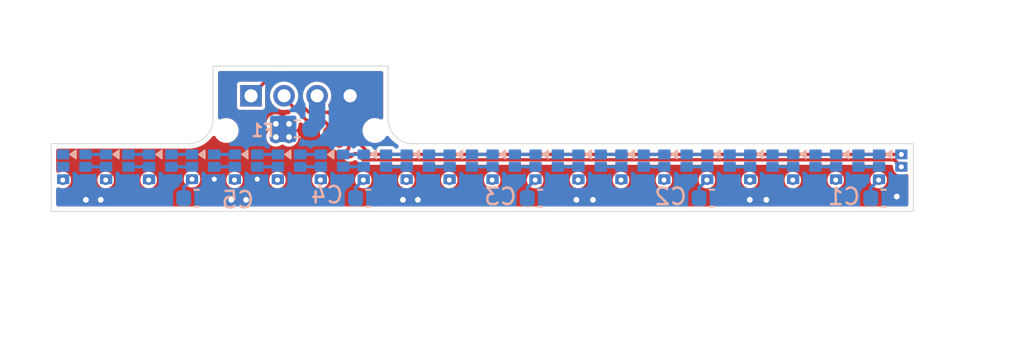
<source format=kicad_pcb>
(kicad_pcb (version 20240108) (generator "pcbnew") (generator_version "8.0")
  (layers (0 "F.Cu" signal) (1 "In1.Cu" signal) (2 "In2.Cu" signal) (31 "B.Cu" signal) (34 "B.Paste" user) (35 "F.Paste" user) (36 "B.SilkS" user "B.Silkscreen") (37 "F.SilkS" user "F.Silkscreen") (38 "B.Mask" user) (39 "F.Mask" user) (44 "Edge.Cuts" user))
  (net 0 "")
  (net 1 "+5V")
  (net 2 "GND")
  (net 3 "Net-(D1-DI)")
  (net 4 "Net-(D1-CI)")
  (net 7 "Net-(J1-Pin_3)")
  (net 8 "Net-(D1-DO)")
  (net 9 "Net-(D1-CO)")
  (net 10 "Net-(D2-DO)")
  (net 11 "Net-(D2-CO)")
  (net 12 "Net-(D3-DO)")
  (net 13 "Net-(D3-CO)")
  (net 14 "Net-(D4-DO)")
  (net 15 "Net-(D4-CO)")
  (net 16 "Net-(D5-CO)")
  (net 17 "Net-(D5-DO)")
  (net 18 "Net-(D6-DO)")
  (net 19 "Net-(D6-CO)")
  (net 20 "Net-(D7-CO)")
  (net 21 "Net-(D7-DO)")
  (net 22 "Net-(D8-DO)")
  (net 23 "Net-(D8-CO)")
  (net 24 "Net-(D10-CI)")
  (net 25 "Net-(D10-DI)")
  (net 26 "Net-(D10-CO)")
  (net 27 "Net-(D10-DO)")
  (net 28 "Net-(D11-DO)")
  (net 29 "Net-(D11-CO)")
  (net 30 "Net-(D12-DO)")
  (net 31 "Net-(D12-CO)")
  (net 32 "Net-(D13-DO)")
  (net 33 "Net-(D13-CO)")
  (net 34 "Net-(D14-DO)")
  (net 35 "Net-(D14-CO)")
  (net 36 "Net-(D15-CO)")
  (net 37 "Net-(D15-DO)")
  (net 38 "Net-(D16-DO)")
  (net 39 "Net-(D16-CO)")
  (net 40 "Net-(D17-CO)")
  (net 41 "Net-(D17-DO)")
  (net 42 "Net-(D18-CO)")
  (net 43 "Net-(D18-DO)")
  (net 44 "Net-(D19-CO)")
  (net 45 "Net-(D19-DO)")
  (footprint "Danger_Doughnut_Lib:JST_S04B-PASK-2_LF__SN_" (layer "F.Cu") (at 41.563552 29.476 180)
    (property "Reference" "J1" (hide yes))
    (property "Value" "Conn_01x04_Pin")
    (pad "" np_thru_hole circle (at -4.5 -2.1 180) (size 1.1 1.1) (drill 1.1) (layers "*.Cu" "*.Mask"))
    (pad "" np_thru_hole circle (at 4.5 -2.1 180) (size 1.1 1.1) (drill 1.1) (layers "*.Cu" "*.Mask"))
    (pad "1" thru_hole rect (at 3 0 180) (size 1.308 1.308) (drill 0.8) (layers "*.Cu" "*.Mask") (net 3 "Net-(D1-DI)"))
    (pad "2" thru_hole circle (at 1 0 180) (size 1.308 1.308) (drill 0.8) (layers "*.Cu" "*.Mask") (net 4 "Net-(D1-CI)"))
    (pad "3" thru_hole circle (at -1 0 180) (size 1.308 1.308) (drill 0.8) (layers "*.Cu" "*.Mask") (net 7 "Net-(J1-Pin_3)"))
    (pad "4" thru_hole circle (at -3 0 180) (size 1.308 1.308) (drill 0.8) (layers "*.Cu" "*.Mask") (net 2 "GND"))
  )
  (footprint "Danger_Doughnut_Lib:HD107s" (layer "B.Cu") (at 66.863552 33.776)
    (property "Reference" "D5" (hide yes))
    (property "Value" "~")
    (fp_poly (pts (xy -0.25 -0.75) (xy 0.1 -0.5) (xy 0.1 -1)) (stroke (width 0.1)) (fill solid) (layer "B.SilkS"))
    (pad "1" smd roundrect (at -0.675 0.75) (size 0.75 0.6) (layers "B.Cu") (roundrect_rratio 0.1) (net 1 "+5V"))
    (pad "2" smd roundrect (at -0.675 0) (size 0.75 0.6) (layers "B.Cu") (roundrect_rratio 0.1) (net 16 "Net-(D5-CO)"))
    (pad "3" smd roundrect (at -0.675 -0.75) (size 0.75 0.6) (layers "B.Cu") (roundrect_rratio 0.1) (net 17 "Net-(D5-DO)"))
    (pad "4" smd roundrect (at 0.675 0.75) (size 0.75 0.6) (layers "B.Cu") (roundrect_rratio 0.1) (net 2 "GND"))
    (pad "5" smd roundrect (at 0.675 0) (size 0.75 0.6) (layers "B.Cu") (roundrect_rratio 0.1) (net 15 "Net-(D4-CO)"))
    (pad "6" smd roundrect (at 0.675 -0.75) (size 0.75 0.6) (layers "B.Cu") (roundrect_rratio 0.1) (net 14 "Net-(D4-DO)"))
  )
  (footprint "Capacitor_SMD:C_0603_1608Metric" (layer "B.Cu") (at 76.863552 35.676)
    (property "Reference" "C1" (at -2.4 -0.1 360) (layer "B.SilkS") (effects (justify mirror)))
    (property "Value" "100nF")
    (fp_line (start 0.14058 -0.51) (end -0.14058 -0.51) (stroke (width 0.12)) (layer "B.SilkS"))
    (fp_line (start 0.14058 0.51) (end -0.14058 0.51) (stroke (width 0.12)) (layer "B.SilkS"))
    (pad "1" smd roundrect (at -0.775 0) (size 0.9 0.95) (layers "B.Cu" "B.Paste" "B.Mask") (net 1 "+5V"))
    (pad "2" smd roundrect (at 0.775 0) (size 0.9 0.95) (layers "B.Cu" "B.Paste" "B.Mask") (net 2 "GND"))
  )
  (footprint "Fuse:Fuse_0603_1608Metric" (layer "B.Cu") (at 41.363552 31.476)
    (property "Reference" "F1" (at -2.1 0.1 360) (layer "B.SilkS") (effects (font (size 0.75 0.75)) (justify mirror)))
    (property "Value" "Fuse")
    (fp_line (start 0.162779 -0.51) (end -0.162779 -0.51) (stroke (width 0.12)) (layer "B.SilkS"))
    (fp_line (start 0.162779 0.51) (end -0.162779 0.51) (stroke (width 0.12)) (layer "B.SilkS"))
    (pad "1" smd roundrect (at -0.7875 0) (size 0.875 0.95) (layers "B.Cu" "B.Paste" "B.Mask") (net 1 "+5V"))
    (pad "2" smd roundrect (at 0.7875 0) (size 0.875 0.95) (layers "B.Cu" "B.Paste" "B.Mask") (net 7 "Net-(J1-Pin_3)"))
  )
  (footprint "Danger_Doughnut_Lib:HD107s" (layer "B.Cu") (at 51.263552 33.776)
    (property "Reference" "D11" (hide yes))
    (property "Value" "~")
    (fp_poly (pts (xy -0.25 -0.75) (xy 0.1 -0.5) (xy 0.1 -1)) (stroke (width 0.1)) (fill solid) (layer "B.SilkS"))
    (pad "1" smd roundrect (at -0.675 0.75) (size 0.75 0.6) (layers "B.Cu") (roundrect_rratio 0.1) (net 1 "+5V"))
    (pad "2" smd roundrect (at -0.675 0) (size 0.75 0.6) (layers "B.Cu") (roundrect_rratio 0.1) (net 29 "Net-(D11-CO)"))
    (pad "3" smd roundrect (at -0.675 -0.75) (size 0.75 0.6) (layers "B.Cu") (roundrect_rratio 0.1) (net 28 "Net-(D11-DO)"))
    (pad "4" smd roundrect (at 0.675 0.75) (size 0.75 0.6) (layers "B.Cu") (roundrect_rratio 0.1) (net 2 "GND"))
    (pad "5" smd roundrect (at 0.675 0) (size 0.75 0.6) (layers "B.Cu") (roundrect_rratio 0.1) (net 26 "Net-(D10-CO)"))
    (pad "6" smd roundrect (at 0.675 -0.75) (size 0.75 0.6) (layers "B.Cu") (roundrect_rratio 0.1) (net 27 "Net-(D10-DO)"))
  )
  (footprint "Danger_Doughnut_Lib:HD107s" (layer "B.Cu") (at 43.463551 33.776)
    (property "Reference" "D14" (hide yes))
    (property "Value" "~")
    (fp_poly (pts (xy -0.25 -0.75) (xy 0.1 -0.5) (xy 0.1 -1)) (stroke (width 0.1)) (fill solid) (layer "B.SilkS"))
    (pad "1" smd roundrect (at -0.675 0.75) (size 0.75 0.6) (layers "B.Cu") (roundrect_rratio 0.1) (net 1 "+5V"))
    (pad "2" smd roundrect (at -0.675 0) (size 0.75 0.6) (layers "B.Cu") (roundrect_rratio 0.1) (net 35 "Net-(D14-CO)"))
    (pad "3" smd roundrect (at -0.675 -0.75) (size 0.75 0.6) (layers "B.Cu") (roundrect_rratio 0.1) (net 34 "Net-(D14-DO)"))
    (pad "4" smd roundrect (at 0.675 0.75) (size 0.75 0.6) (layers "B.Cu") (roundrect_rratio 0.1) (net 2 "GND"))
    (pad "5" smd roundrect (at 0.675 0) (size 0.75 0.6) (layers "B.Cu") (roundrect_rratio 0.1) (net 33 "Net-(D13-CO)"))
    (pad "6" smd roundrect (at 0.675 -0.75) (size 0.75 0.6) (layers "B.Cu") (roundrect_rratio 0.1) (net 32 "Net-(D13-DO)"))
  )
  (footprint "Danger_Doughnut_Lib:HD107s" (layer "B.Cu") (at 64.263552 33.776)
    (property "Reference" "D6" (hide yes))
    (property "Value" "~")
    (fp_poly (pts (xy -0.25 -0.75) (xy 0.1 -0.5) (xy 0.1 -1)) (stroke (width 0.1)) (fill solid) (layer "B.SilkS"))
    (pad "1" smd roundrect (at -0.675 0.75) (size 0.75 0.6) (layers "B.Cu") (roundrect_rratio 0.1) (net 1 "+5V"))
    (pad "2" smd roundrect (at -0.675 0) (size 0.75 0.6) (layers "B.Cu") (roundrect_rratio 0.1) (net 19 "Net-(D6-CO)"))
    (pad "3" smd roundrect (at -0.675 -0.75) (size 0.75 0.6) (layers "B.Cu") (roundrect_rratio 0.1) (net 18 "Net-(D6-DO)"))
    (pad "4" smd roundrect (at 0.675 0.75) (size 0.75 0.6) (layers "B.Cu") (roundrect_rratio 0.1) (net 2 "GND"))
    (pad "5" smd roundrect (at 0.675 0) (size 0.75 0.6) (layers "B.Cu") (roundrect_rratio 0.1) (net 16 "Net-(D5-CO)"))
    (pad "6" smd roundrect (at 0.675 -0.75) (size 0.75 0.6) (layers "B.Cu") (roundrect_rratio 0.1) (net 17 "Net-(D5-DO)"))
  )
  (footprint "Danger_Doughnut_Lib:HD107s" (layer "B.Cu") (at 74.663552 33.776)
    (property "Reference" "D2" (hide yes))
    (property "Value" "~")
    (fp_poly (pts (xy -0.25 -0.75) (xy 0.1 -0.5) (xy 0.1 -1)) (stroke (width 0.1)) (fill solid) (layer "B.SilkS"))
    (pad "1" smd roundrect (at -0.675 0.75) (size 0.75 0.6) (layers "B.Cu") (roundrect_rratio 0.1) (net 1 "+5V"))
    (pad "2" smd roundrect (at -0.675 0) (size 0.75 0.6) (layers "B.Cu") (roundrect_rratio 0.1) (net 11 "Net-(D2-CO)"))
    (pad "3" smd roundrect (at -0.675 -0.75) (size 0.75 0.6) (layers "B.Cu") (roundrect_rratio 0.1) (net 10 "Net-(D2-DO)"))
    (pad "4" smd roundrect (at 0.675 0.75) (size 0.75 0.6) (layers "B.Cu") (roundrect_rratio 0.1) (net 2 "GND"))
    (pad "5" smd roundrect (at 0.675 0) (size 0.75 0.6) (layers "B.Cu") (roundrect_rratio 0.1) (net 9 "Net-(D1-CO)"))
    (pad "6" smd roundrect (at 0.675 -0.75) (size 0.75 0.6) (layers "B.Cu") (roundrect_rratio 0.1) (net 8 "Net-(D1-DO)"))
  )
  (footprint "Danger_Doughnut_Lib:HD107s" (layer "B.Cu") (at 72.063552 33.776)
    (property "Reference" "D3" (hide yes))
    (property "Value" "~")
    (fp_poly (pts (xy -0.25 -0.75) (xy 0.1 -0.5) (xy 0.1 -1)) (stroke (width 0.1)) (fill solid) (layer "B.SilkS"))
    (pad "1" smd roundrect (at -0.675 0.75) (size 0.75 0.6) (layers "B.Cu") (roundrect_rratio 0.1) (net 1 "+5V"))
    (pad "2" smd roundrect (at -0.675 0) (size 0.75 0.6) (layers "B.Cu") (roundrect_rratio 0.1) (net 13 "Net-(D3-CO)"))
    (pad "3" smd roundrect (at -0.675 -0.75) (size 0.75 0.6) (layers "B.Cu") (roundrect_rratio 0.1) (net 12 "Net-(D3-DO)"))
    (pad "4" smd roundrect (at 0.675 0.75) (size 0.75 0.6) (layers "B.Cu") (roundrect_rratio 0.1) (net 2 "GND"))
    (pad "5" smd roundrect (at 0.675 0) (size 0.75 0.6) (layers "B.Cu") (roundrect_rratio 0.1) (net 11 "Net-(D2-CO)"))
    (pad "6" smd roundrect (at 0.675 -0.75) (size 0.75 0.6) (layers "B.Cu") (roundrect_rratio 0.1) (net 10 "Net-(D2-DO)"))
  )
  (footprint "Danger_Doughnut_Lib:HD107s" (layer "B.Cu") (at 40.863552 33.776)
    (property "Reference" "D15" (hide yes))
    (property "Value" "~")
    (fp_poly (pts (xy -0.25 -0.75) (xy 0.1 -0.5) (xy 0.1 -1)) (stroke (width 0.1)) (fill solid) (layer "B.SilkS"))
    (pad "1" smd roundrect (at -0.675 0.75) (size 0.75 0.6) (layers "B.Cu") (roundrect_rratio 0.1) (net 1 "+5V"))
    (pad "2" smd roundrect (at -0.675 0) (size 0.75 0.6) (layers "B.Cu") (roundrect_rratio 0.1) (net 36 "Net-(D15-CO)"))
    (pad "3" smd roundrect (at -0.675 -0.75) (size 0.75 0.6) (layers "B.Cu") (roundrect_rratio 0.1) (net 37 "Net-(D15-DO)"))
    (pad "4" smd roundrect (at 0.675 0.75) (size 0.75 0.6) (layers "B.Cu") (roundrect_rratio 0.1) (net 2 "GND"))
    (pad "5" smd roundrect (at 0.675 0) (size 0.75 0.6) (layers "B.Cu") (roundrect_rratio 0.1) (net 35 "Net-(D14-CO)"))
    (pad "6" smd roundrect (at 0.675 -0.75) (size 0.75 0.6) (layers "B.Cu") (roundrect_rratio 0.1) (net 34 "Net-(D14-DO)"))
  )
  (footprint "Capacitor_SMD:C_0603_1608Metric" (layer "B.Cu") (at 45.663552 35.676)
    (property "Reference" "C4" (at -2.5 -0.2 360) (layer "B.SilkS") (effects (justify mirror)))
    (property "Value" "100nF")
    (fp_line (start 0.14058 -0.51) (end -0.14058 -0.51) (stroke (width 0.12)) (layer "B.SilkS"))
    (fp_line (start 0.14058 0.51) (end -0.14058 0.51) (stroke (width 0.12)) (layer "B.SilkS"))
    (pad "1" smd roundrect (at -0.775 0) (size 0.9 0.95) (layers "B.Cu" "B.Paste" "B.Mask") (net 1 "+5V"))
    (pad "2" smd roundrect (at 0.775 0) (size 0.9 0.95) (layers "B.Cu" "B.Paste" "B.Mask") (net 2 "GND"))
  )
  (footprint "Danger_Doughnut_Lib:HD107s" (layer "B.Cu") (at 38.263552 33.776)
    (property "Reference" "D16" (hide yes))
    (property "Value" "~")
    (fp_poly (pts (xy -0.25 -0.75) (xy 0.1 -0.5) (xy 0.1 -1)) (stroke (width 0.1)) (fill solid) (layer "B.SilkS"))
    (pad "1" smd roundrect (at -0.675 0.75) (size 0.75 0.6) (layers "B.Cu") (roundrect_rratio 0.1) (net 1 "+5V"))
    (pad "2" smd roundrect (at -0.675 0) (size 0.75 0.6) (layers "B.Cu") (roundrect_rratio 0.1) (net 39 "Net-(D16-CO)"))
    (pad "3" smd roundrect (at -0.675 -0.75) (size 0.75 0.6) (layers "B.Cu") (roundrect_rratio 0.1) (net 38 "Net-(D16-DO)"))
    (pad "4" smd roundrect (at 0.675 0.75) (size 0.75 0.6) (layers "B.Cu") (roundrect_rratio 0.1) (net 2 "GND"))
    (pad "5" smd roundrect (at 0.675 0) (size 0.75 0.6) (layers "B.Cu") (roundrect_rratio 0.1) (net 36 "Net-(D15-CO)"))
    (pad "6" smd roundrect (at 0.675 -0.75) (size 0.75 0.6) (layers "B.Cu") (roundrect_rratio 0.1) (net 37 "Net-(D15-DO)"))
  )
  (footprint "Capacitor_SMD:C_0603_1608Metric" (layer "B.Cu") (at 56.063552 35.676)
    (property "Reference" "C3" (at -2.4 -0.1 360) (layer "B.SilkS") (effects (justify mirror)))
    (property "Value" "100nF")
    (fp_line (start 0.14058 -0.51) (end -0.14058 -0.51) (stroke (width 0.12)) (layer "B.SilkS"))
    (fp_line (start 0.14058 0.51) (end -0.14058 0.51) (stroke (width 0.12)) (layer "B.SilkS"))
    (pad "1" smd roundrect (at -0.775 0) (size 0.9 0.95) (layers "B.Cu" "B.Paste" "B.Mask") (net 1 "+5V"))
    (pad "2" smd roundrect (at 0.775 0) (size 0.9 0.95) (layers "B.Cu" "B.Paste" "B.Mask") (net 2 "GND"))
  )
  (footprint "Capacitor_SMD:C_0603_1608Metric" (layer "B.Cu") (at 35.263552 35.676)
    (property "Reference" "C5" (at 2.5 0.1 360) (layer "B.SilkS") (effects (justify mirror)))
    (property "Value" "100nF")
    (fp_line (start 0.14058 -0.51) (end -0.14058 -0.51) (stroke (width 0.12)) (layer "B.SilkS"))
    (fp_line (start 0.14058 0.51) (end -0.14058 0.51) (stroke (width 0.12)) (layer "B.SilkS"))
    (pad "1" smd roundrect (at -0.775 0) (size 0.9 0.95) (layers "B.Cu" "B.Paste" "B.Mask") (net 1 "+5V"))
    (pad "2" smd roundrect (at 0.775 0) (size 0.9 0.95) (layers "B.Cu" "B.Paste" "B.Mask") (net 2 "GND"))
  )
  (footprint "Capacitor_SMD:C_0603_1608Metric" (layer "B.Cu") (at 66.463552 35.676)
    (property "Reference" "C2" (at -2.5 -0.1 360) (layer "B.SilkS") (effects (justify mirror)))
    (property "Value" "100nF")
    (fp_line (start 0.14058 -0.51) (end -0.14058 -0.51) (stroke (width 0.12)) (layer "B.SilkS"))
    (fp_line (start 0.14058 0.51) (end -0.14058 0.51) (stroke (width 0.12)) (layer "B.SilkS"))
    (pad "1" smd roundrect (at -0.775 0) (size 0.9 0.95) (layers "B.Cu" "B.Paste" "B.Mask") (net 1 "+5V"))
    (pad "2" smd roundrect (at 0.775 0) (size 0.9 0.95) (layers "B.Cu" "B.Paste" "B.Mask") (net 2 "GND"))
  )
  (footprint "Danger_Doughnut_Lib:HD107s" (layer "B.Cu") (at 69.463552 33.776)
    (property "Reference" "D4" (hide yes))
    (property "Value" "~")
    (fp_poly (pts (xy -0.25 -0.75) (xy 0.1 -0.5) (xy 0.1 -1)) (stroke (width 0.1)) (fill solid) (layer "B.SilkS"))
    (pad "1" smd roundrect (at -0.675 0.75) (size 0.75 0.6) (layers "B.Cu") (roundrect_rratio 0.1) (net 1 "+5V"))
    (pad "2" smd roundrect (at -0.675 0) (size 0.75 0.6) (layers "B.Cu") (roundrect_rratio 0.1) (net 15 "Net-(D4-CO)"))
    (pad "3" smd roundrect (at -0.675 -0.75) (size 0.75 0.6) (layers "B.Cu") (roundrect_rratio 0.1) (net 14 "Net-(D4-DO)"))
    (pad "4" smd roundrect (at 0.675 0.75) (size 0.75 0.6) (layers "B.Cu") (roundrect_rratio 0.1) (net 2 "GND"))
    (pad "5" smd roundrect (at 0.675 0) (size 0.75 0.6) (layers "B.Cu") (roundrect_rratio 0.1) (net 13 "Net-(D3-CO)"))
    (pad "6" smd roundrect (at 0.675 -0.75) (size 0.75 0.6) (layers "B.Cu") (roundrect_rratio 0.1) (net 12 "Net-(D3-DO)"))
  )
  (footprint "Danger_Doughnut_Lib:HD107s" (layer "B.Cu") (at 35.663552 33.776)
    (property "Reference" "D17" (hide yes))
    (property "Value" "~")
    (fp_poly (pts (xy -0.25 -0.75) (xy 0.1 -0.5) (xy 0.1 -1)) (stroke (width 0.1)) (fill solid) (layer "B.SilkS"))
    (pad "1" smd roundrect (at -0.675 0.75) (size 0.75 0.6) (layers "B.Cu") (roundrect_rratio 0.1) (net 1 "+5V"))
    (pad "2" smd roundrect (at -0.675 0) (size 0.75 0.6) (layers "B.Cu") (roundrect_rratio 0.1) (net 40 "Net-(D17-CO)"))
    (pad "3" smd roundrect (at -0.675 -0.75) (size 0.75 0.6) (layers "B.Cu") (roundrect_rratio 0.1) (net 41 "Net-(D17-DO)"))
    (pad "4" smd roundrect (at 0.675 0.75) (size 0.75 0.6) (layers "B.Cu") (roundrect_rratio 0.1) (net 2 "GND"))
    (pad "5" smd roundrect (at 0.675 0) (size 0.75 0.6) (layers "B.Cu") (roundrect_rratio 0.1) (net 39 "Net-(D16-CO)"))
    (pad "6" smd roundrect (at 0.675 -0.75) (size 0.75 0.6) (layers "B.Cu") (roundrect_rratio 0.1) (net 38 "Net-(D16-DO)"))
  )
  (footprint "Danger_Doughnut_Lib:HD107s" (layer "B.Cu") (at 61.663552 33.776)
    (property "Reference" "D7" (hide yes))
    (property "Value" "~")
    (fp_poly (pts (xy -0.25 -0.75) (xy 0.1 -0.5) (xy 0.1 -1)) (stroke (width 0.1)) (fill solid) (layer "B.SilkS"))
    (pad "1" smd roundrect (at -0.675 0.75) (size 0.75 0.6) (layers "B.Cu") (roundrect_rratio 0.1) (net 1 "+5V"))
    (pad "2" smd roundrect (at -0.675 0) (size 0.75 0.6) (layers "B.Cu") (roundrect_rratio 0.1) (net 20 "Net-(D7-CO)"))
    (pad "3" smd roundrect (at -0.675 -0.75) (size 0.75 0.6) (layers "B.Cu") (roundrect_rratio 0.1) (net 21 "Net-(D7-DO)"))
    (pad "4" smd roundrect (at 0.675 0.75) (size 0.75 0.6) (layers "B.Cu") (roundrect_rratio 0.1) (net 2 "GND"))
    (pad "5" smd roundrect (at 0.675 0) (size 0.75 0.6) (layers "B.Cu") (roundrect_rratio 0.1) (net 19 "Net-(D6-CO)"))
    (pad "6" smd roundrect (at 0.675 -0.75) (size 0.75 0.6) (layers "B.Cu") (roundrect_rratio 0.1) (net 18 "Net-(D6-DO)"))
  )
  (footprint "Danger_Doughnut_Lib:HD107s" (layer "B.Cu") (at 48.663552 33.776)
    (property "Reference" "D12" (hide yes))
    (property "Value" "~")
    (fp_poly (pts (xy -0.25 -0.75) (xy 0.1 -0.5) (xy 0.1 -1)) (stroke (width 0.1)) (fill solid) (layer "B.SilkS"))
    (pad "1" smd roundrect (at -0.675 0.75) (size 0.75 0.6) (layers "B.Cu") (roundrect_rratio 0.1) (net 1 "+5V"))
    (pad "2" smd roundrect (at -0.675 0) (size 0.75 0.6) (layers "B.Cu") (roundrect_rratio 0.1) (net 31 "Net-(D12-CO)"))
    (pad "3" smd roundrect (at -0.675 -0.75) (size 0.75 0.6) (layers "B.Cu") (roundrect_rratio 0.1) (net 30 "Net-(D12-DO)"))
    (pad "4" smd roundrect (at 0.675 0.75) (size 0.75 0.6) (layers "B.Cu") (roundrect_rratio 0.1) (net 2 "GND"))
    (pad "5" smd roundrect (at 0.675 0) (size 0.75 0.6) (layers "B.Cu") (roundrect_rratio 0.1) (net 29 "Net-(D11-CO)"))
    (pad "6" smd roundrect (at 0.675 -0.75) (size 0.75 0.6) (layers "B.Cu") (roundrect_rratio 0.1) (net 28 "Net-(D11-DO)"))
  )
  (footprint "Danger_Doughnut_Lib:HD107s" (layer "B.Cu") (at 27.863552 33.776)
    (property "Reference" "D20" (hide yes))
    (property "Value" "~")
    (fp_poly (pts (xy -0.25 -0.75) (xy 0.1 -0.5) (xy 0.1 -1)) (stroke (width 0.1)) (fill solid) (layer "B.SilkS"))
    (pad "1" smd roundrect (at -0.675 0.75) (size 0.75 0.6) (layers "B.Cu") (roundrect_rratio 0.1) (net 1 "+5V"))
    (pad "2" smd roundrect (at -0.675 0) (size 0.75 0.6) (layers "B.Cu") (roundrect_rratio 0.1))
    (pad "3" smd roundrect (at -0.675 -0.75) (size 0.75 0.6) (layers "B.Cu") (roundrect_rratio 0.1))
    (pad "4" smd roundrect (at 0.675 0.75) (size 0.75 0.6) (layers "B.Cu") (roundrect_rratio 0.1) (net 2 "GND"))
    (pad "5" smd roundrect (at 0.675 0) (size 0.75 0.6) (layers "B.Cu") (roundrect_rratio 0.1) (net 44 "Net-(D19-CO)"))
    (pad "6" smd roundrect (at 0.675 -0.75) (size 0.75 0.6) (layers "B.Cu") (roundrect_rratio 0.1) (net 45 "Net-(D19-DO)"))
  )
  (footprint "Danger_Doughnut_Lib:HD107s" (layer "B.Cu") (at 46.063552 33.776)
    (property "Reference" "D13" (hide yes))
    (property "Value" "~")
    (fp_poly (pts (xy -0.25 -0.75) (xy 0.1 -0.5) (xy 0.1 -1)) (stroke (width 0.1)) (fill solid) (layer "B.SilkS"))
    (pad "1" smd roundrect (at -0.675 0.75) (size 0.75 0.6) (layers "B.Cu") (roundrect_rratio 0.1) (net 1 "+5V"))
    (pad "2" smd roundrect (at -0.675 0) (size 0.75 0.6) (layers "B.Cu") (roundrect_rratio 0.1) (net 33 "Net-(D13-CO)"))
    (pad "3" smd roundrect (at -0.675 -0.75) (size 0.75 0.6) (layers "B.Cu") (roundrect_rratio 0.1) (net 32 "Net-(D13-DO)"))
    (pad "4" smd roundrect (at 0.675 0.75) (size 0.75 0.6) (layers "B.Cu") (roundrect_rratio 0.1) (net 2 "GND"))
    (pad "5" smd roundrect (at 0.675 0) (size 0.75 0.6) (layers "B.Cu") (roundrect_rratio 0.1) (net 31 "Net-(D12-CO)"))
    (pad "6" smd roundrect (at 0.675 -0.75) (size 0.75 0.6) (layers "B.Cu") (roundrect_rratio 0.1) (net 30 "Net-(D12-DO)"))
  )
  (footprint "Danger_Doughnut_Lib:HD107s" (layer "B.Cu") (at 77.263552 33.776)
    (property "Reference" "D1" (hide yes))
    (property "Value" "~")
    (fp_poly (pts (xy -0.25 -0.75) (xy 0.1 -0.5) (xy 0.1 -1)) (stroke (width 0.1)) (fill solid) (layer "B.SilkS"))
    (pad "1" smd roundrect (at -0.675 0.75) (size 0.75 0.6) (layers "B.Cu") (roundrect_rratio 0.1) (net 1 "+5V"))
    (pad "2" smd roundrect (at -0.675 0) (size 0.75 0.6) (layers "B.Cu") (roundrect_rratio 0.1) (net 9 "Net-(D1-CO)"))
    (pad "3" smd roundrect (at -0.675 -0.75) (size 0.75 0.6) (layers "B.Cu") (roundrect_rratio 0.1) (net 8 "Net-(D1-DO)"))
    (pad "4" smd roundrect (at 0.675 0.75) (size 0.75 0.6) (layers "B.Cu") (roundrect_rratio 0.1) (net 2 "GND"))
    (pad "5" smd roundrect (at 0.675 0) (size 0.75 0.6) (layers "B.Cu") (roundrect_rratio 0.1) (net 4 "Net-(D1-CI)"))
    (pad "6" smd roundrect (at 0.675 -0.75) (size 0.75 0.6) (layers "B.Cu") (roundrect_rratio 0.1) (net 3 "Net-(D1-DI)"))
  )
  (footprint "Danger_Doughnut_Lib:HD107s" (layer "B.Cu") (at 30.463551 33.776)
    (property "Reference" "D19" (hide yes))
    (property "Value" "~")
    (fp_poly (pts (xy -0.25 -0.75) (xy 0.1 -0.5) (xy 0.1 -1)) (stroke (width 0.1)) (fill solid) (layer "B.SilkS"))
    (pad "1" smd roundrect (at -0.675 0.75) (size 0.75 0.6) (layers "B.Cu") (roundrect_rratio 0.1) (net 1 "+5V"))
    (pad "2" smd roundrect (at -0.675 0) (size 0.75 0.6) (layers "B.Cu") (roundrect_rratio 0.1) (net 44 "Net-(D19-CO)"))
    (pad "3" smd roundrect (at -0.675 -0.75) (size 0.75 0.6) (layers "B.Cu") (roundrect_rratio 0.1) (net 45 "Net-(D19-DO)"))
    (pad "4" smd roundrect (at 0.675 0.75) (size 0.75 0.6) (layers "B.Cu") (roundrect_rratio 0.1) (net 2 "GND"))
    (pad "5" smd roundrect (at 0.675 0) (size 0.75 0.6) (layers "B.Cu") (roundrect_rratio 0.1) (net 42 "Net-(D18-CO)"))
    (pad "6" smd roundrect (at 0.675 -0.75) (size 0.75 0.6) (layers "B.Cu") (roundrect_rratio 0.1) (net 43 "Net-(D18-DO)"))
  )
  (footprint "Danger_Doughnut_Lib:HD107s" (layer "B.Cu") (at 56.463552 33.776)
    (property "Reference" "D9" (hide yes))
    (property "Value" "~")
    (fp_poly (pts (xy -0.25 -0.75) (xy 0.1 -0.5) (xy 0.1 -1)) (stroke (width 0.1)) (fill solid) (layer "B.SilkS"))
    (pad "1" smd roundrect (at -0.675 0.75) (size 0.75 0.6) (layers "B.Cu") (roundrect_rratio 0.1) (net 1 "+5V"))
    (pad "2" smd roundrect (at -0.675 0) (size 0.75 0.6) (layers "B.Cu") (roundrect_rratio 0.1) (net 24 "Net-(D10-CI)"))
    (pad "3" smd roundrect (at -0.675 -0.75) (size 0.75 0.6) (layers "B.Cu") (roundrect_rratio 0.1) (net 25 "Net-(D10-DI)"))
    (pad "4" smd roundrect (at 0.675 0.75) (size 0.75 0.6) (layers "B.Cu") (roundrect_rratio 0.1) (net 2 "GND"))
    (pad "5" smd roundrect (at 0.675 0) (size 0.75 0.6) (layers "B.Cu") (roundrect_rratio 0.1) (net 23 "Net-(D8-CO)"))
    (pad "6" smd roundrect (at 0.675 -0.75) (size 0.75 0.6) (layers "B.Cu") (roundrect_rratio 0.1) (net 22 "Net-(D8-DO)"))
  )
  (footprint "Danger_Doughnut_Lib:HD107s" (layer "B.Cu") (at 53.863552 33.776)
    (property "Reference" "D10" (hide yes))
    (property "Value" "~")
    (fp_poly (pts (xy -0.25 -0.75) (xy 0.1 -0.5) (xy 0.1 -1)) (stroke (width 0.1)) (fill solid) (layer "B.SilkS"))
    (pad "1" smd roundrect (at -0.675 0.75) (size 0.75 0.6) (layers "B.Cu") (roundrect_rratio 0.1) (net 1 "+5V"))
    (pad "2" smd roundrect (at -0.675 0) (size 0.75 0.6) (layers "B.Cu") (roundrect_rratio 0.1) (net 26 "Net-(D10-CO)"))
    (pad "3" smd roundrect (at -0.675 -0.75) (size 0.75 0.6) (layers "B.Cu") (roundrect_rratio 0.1) (net 27 "Net-(D10-DO)"))
    (pad "4" smd roundrect (at 0.675 0.75) (size 0.75 0.6) (layers "B.Cu") (roundrect_rratio 0.1) (net 2 "GND"))
    (pad "5" smd roundrect (at 0.675 0) (size 0.75 0.6) (layers "B.Cu") (roundrect_rratio 0.1) (net 24 "Net-(D10-CI)"))
    (pad "6" smd roundrect (at 0.675 -0.75) (size 0.75 0.6) (layers "B.Cu") (roundrect_rratio 0.1) (net 25 "Net-(D10-DI)"))
  )
  (footprint "Danger_Doughnut_Lib:HD107s" (layer "B.Cu") (at 59.063552 33.776)
    (property "Reference" "D8" (hide yes))
    (property "Value" "~")
    (fp_poly (pts (xy -0.25 -0.75) (xy 0.1 -0.5) (xy 0.1 -1)) (stroke (width 0.1)) (fill solid) (layer "B.SilkS"))
    (pad "1" smd roundrect (at -0.675 0.75) (size 0.75 0.6) (layers "B.Cu") (roundrect_rratio 0.1) (net 1 "+5V"))
    (pad "2" smd roundrect (at -0.675 0) (size 0.75 0.6) (layers "B.Cu") (roundrect_rratio 0.1) (net 23 "Net-(D8-CO)"))
    (pad "3" smd roundrect (at -0.675 -0.75) (size 0.75 0.6) (layers "B.Cu") (roundrect_rratio 0.1) (net 22 "Net-(D8-DO)"))
    (pad "4" smd roundrect (at 0.675 0.75) (size 0.75 0.6) (layers "B.Cu") (roundrect_rratio 0.1) (net 2 "GND"))
    (pad "5" smd roundrect (at 0.675 0) (size 0.75 0.6) (layers "B.Cu") (roundrect_rratio 0.1) (net 20 "Net-(D7-CO)"))
    (pad "6" smd roundrect (at 0.675 -0.75) (size 0.75 0.6) (layers "B.Cu") (roundrect_rratio 0.1) (net 21 "Net-(D7-DO)"))
  )
  (footprint "Danger_Doughnut_Lib:HD107s" (layer "B.Cu") (at 33.063552 33.776)
    (property "Reference" "D18" (hide yes))
    (property "Value" "~")
    (fp_poly (pts (xy -0.25 -0.75) (xy 0.1 -0.5) (xy 0.1 -1)) (stroke (width 0.1)) (fill solid) (layer "B.SilkS"))
    (pad "1" smd roundrect (at -0.675 0.75) (size 0.75 0.6) (layers "B.Cu") (roundrect_rratio 0.1) (net 1 "+5V"))
    (pad "2" smd roundrect (at -0.675 0) (size 0.75 0.6) (layers "B.Cu") (roundrect_rratio 0.1) (net 42 "Net-(D18-CO)"))
    (pad "3" smd roundrect (at -0.675 -0.75) (size 0.75 0.6) (layers "B.Cu") (roundrect_rratio 0.1) (net 43 "Net-(D18-DO)"))
    (pad "4" smd roundrect (at 0.675 0.75) (size 0.75 0.6) (layers "B.Cu") (roundrect_rratio 0.1) (net 2 "GND"))
    (pad "5" smd roundrect (at 0.675 0) (size 0.75 0.6) (layers "B.Cu") (roundrect_rratio 0.1) (net 40 "Net-(D17-CO)"))
    (pad "6" smd roundrect (at 0.675 -0.75) (size 0.75 0.6) (layers "B.Cu") (roundrect_rratio 0.1) (net 41 "Net-(D17-DO)"))
  )
  (gr_line (start 36.263552 30.876) (end 36.263552 27.676) (stroke (width 0.05)) (layer "Edge.Cuts"))
  (gr_line (start 26.463552 36.476) (end 78.663552 36.476) (stroke (width 0.05)) (layer "Edge.Cuts"))
  (gr_line (start 48.363552 32.376) (end 78.663552 32.376) (stroke (width 0.05)) (layer "Edge.Cuts"))
  (gr_line (start 34.763552 32.376) (end 26.463552 32.376) (stroke (width 0.05)) (layer "Edge.Cuts"))
  (gr_arc (start 36.263552 30.876) (mid 35.824212 31.93666) (end 34.763552 32.376) (stroke (width 0.05)) (layer "Edge.Cuts"))
  (gr_line (start 46.863552 27.676) (end 46.863552 30.876) (stroke (width 0.05)) (layer "Edge.Cuts"))
  (gr_line (start 26.463552 32.376) (end 26.463552 36.476) (stroke (width 0.05)) (layer "Edge.Cuts"))
  (gr_arc (start 48.363552 32.376) (mid 47.302892 31.93666) (end 46.863552 30.876) (stroke (width 0.05)) (layer "Edge.Cuts"))
  (gr_line (start 36.263552 27.676) (end 46.863552 27.676) (stroke (width 0.05)) (layer "Edge.Cuts"))
  (gr_line (start 78.663552 36.476) (end 78.663552 32.376) (stroke (width 0.05)) (layer "Edge.Cuts"))
  (via (at 40.163552 34.576) (size 0.6) (drill 0.3) (layers "F.Cu" "B.Cu") (net 1))
  (via (at 55.763552 34.576) (size 0.6) (drill 0.3) (layers "F.Cu" "B.Cu") (net 1))
  (via (at 40.863552 31.976) (size 0.75) (drill 0.35) (layers "F.Cu" "B.Cu") (net 1))
  (via (at 27.163552 34.576) (size 0.6) (drill 0.3) (layers "F.Cu" "B.Cu") (net 1))
  (via (at 68.763552 34.576) (size 0.6) (drill 0.3) (layers "F.Cu" "B.Cu") (net 1))
  (via (at 40.063552 31.176) (size 0.75) (drill 0.35) (layers "F.Cu" "B.Cu") (net 1))
  (via (at 40.863552 31.176) (size 0.75) (drill 0.35) (layers "F.Cu" "B.Cu") (net 1))
  (via (at 45.363552 34.576) (size 0.6) (drill 0.3) (layers "F.Cu" "B.Cu") (net 1))
  (via (at 40.063552 31.976) (size 0.75) (drill 0.35) (layers "F.Cu" "B.Cu") (net 1))
  (via (at 29.763552 34.576) (size 0.6) (drill 0.3) (layers "F.Cu" "B.Cu") (net 1))
  (via (at 47.963552 34.576) (size 0.6) (drill 0.3) (layers "F.Cu" "B.Cu") (net 1))
  (via (at 60.963552 34.576) (size 0.6) (drill 0.3) (layers "F.Cu" "B.Cu") (net 1))
  (via (at 76.563552 34.576) (size 0.6) (drill 0.3) (layers "F.Cu" "B.Cu") (net 1))
  (via (at 73.963552 34.576) (size 0.6) (drill 0.3) (layers "F.Cu" "B.Cu") (net 1))
  (via (at 63.563552 34.576) (size 0.6) (drill 0.3) (layers "F.Cu" "B.Cu") (net 1))
  (via (at 37.563552 34.576) (size 0.6) (drill 0.3) (layers "F.Cu" "B.Cu") (net 1))
  (via (at 50.563552 34.576) (size 0.6) (drill 0.3) (layers "F.Cu" "B.Cu") (net 1))
  (via (at 53.163552 34.576) (size 0.6) (drill 0.3) (layers "F.Cu" "B.Cu") (net 1))
  (via (at 58.363552 34.576) (size 0.6) (drill 0.3) (layers "F.Cu" "B.Cu") (net 1))
  (via (at 66.163552 34.576) (size 0.6) (drill 0.3) (layers "F.Cu" "B.Cu") (net 1))
  (via (at 42.763552 34.576) (size 0.6) (drill 0.3) (layers "F.Cu" "B.Cu") (net 1))
  (via (at 34.988552 34.526) (size 0.6) (drill 0.3) (layers "F.Cu" "B.Cu") (net 1))
  (via (at 71.363552 34.576) (size 0.6) (drill 0.3) (layers "F.Cu" "B.Cu") (net 1))
  (via (at 32.363552 34.576) (size 0.6) (drill 0.3) (layers "F.Cu" "B.Cu") (net 1))
  (segment (start 44.888552 35.051) (end 45.363552 34.576) (width 0.2) (layer "B.Cu") (net 1))
  (segment (start 34.488552 35.026) (end 34.988552 34.526) (width 0.2) (layer "B.Cu") (net 1))
  (segment (start 55.288552 35.051) (end 55.763552 34.576) (width 0.2) (layer "B.Cu") (net 1))
  (segment (start 65.688552 35.051) (end 66.163552 34.576) (width 0.2) (layer "B.Cu") (net 1))
  (segment (start 44.888552 35.676) (end 44.888552 35.051) (width 0.2) (layer "B.Cu") (net 1))
  (segment (start 55.288552 35.676) (end 55.288552 35.051) (width 0.2) (layer "B.Cu") (net 1))
  (segment (start 65.688552 35.676) (end 65.688552 35.051) (width 0.2) (layer "B.Cu") (net 1))
  (segment (start 34.488552 35.676) (end 34.488552 35.026) (width 0.2) (layer "B.Cu") (net 1))
  (segment (start 76.088552 35.676) (end 76.088552 35.051) (width 0.2) (layer "B.Cu") (net 1))
  (segment (start 76.088552 35.051) (end 76.563552 34.576) (width 0.2) (layer "B.Cu") (net 1))
  (via (at 47.763552 35.776) (size 0.75) (drill 0.35) (layers "F.Cu" "B.Cu") (net 2))
  (via (at 29.463552 35.776) (size 0.75) (drill 0.35) (layers "F.Cu" "B.Cu") (net 2))
  (via (at 36.338552 34.526) (size 0.6) (drill 0.3) (layers "F.Cu" "B.Cu") (net 2))
  (via (at 38.938552 34.526) (size 0.6) (drill 0.3) (layers "F.Cu" "B.Cu") (net 2))
  (via (at 68.763552 35.776) (size 0.75) (drill 0.35) (layers "F.Cu" "B.Cu") (net 2))
  (via (at 48.663552 35.776) (size 0.75) (drill 0.35) (layers "F.Cu" "B.Cu") (net 2))
  (via (at 37.363552 35.776) (size 0.75) (drill 0.35) (layers "F.Cu" "B.Cu") (net 2))
  (via (at 58.263552 35.776) (size 0.75) (drill 0.35) (layers "F.Cu" "B.Cu") (net 2))
  (via (at 38.263552 35.776) (size 0.75) (drill 0.35) (layers "F.Cu" "B.Cu") (net 2))
  (via (at 59.263552 35.776) (size 0.75) (drill 0.35) (layers "F.Cu" "B.Cu") (net 2))
  (via (at 28.563552 35.776) (size 0.75) (drill 0.35) (layers "F.Cu" "B.Cu") (net 2))
  (via (at 69.763552 35.776) (size 0.75) (drill 0.35) (layers "F.Cu" "B.Cu") (net 2))
  (via (at 77.663552 35.576) (size 0.75) (drill 0.35) (layers "F.Cu" "B.Cu") (net 2))
  (segment (start 42.061552 30.474) (end 41.563552 29.976) (width 0.2) (layer "F.Cu") (net 3))
  (segment (start 77.938552 33.026) (end 45.776 33.026) (width 0.2) (layer "F.Cu") (net 3))
  (segment (start 41.563552 29.976) (end 41.563552 29.101) (width 0.2) (layer "F.Cu") (net 3))
  (segment (start 41.563552 29.101) (end 40.938552 28.476) (width 0.2) (layer "F.Cu") (net 3))
  (segment (start 45.776 33.026) (end 43.224 30.474) (width 0.2) (layer "F.Cu") (net 3))
  (segment (start 40.938552 28.476) (end 39.563552 28.476) (width 0.2) (layer "F.Cu") (net 3))
  (segment (start 43.224 30.474) (end 42.061552 30.474) (width 0.2) (layer "F.Cu") (net 3))
  (segment (start 39.563552 28.476) (end 38.563552 29.476) (width 0.2) (layer "F.Cu") (net 3))
  (via (at 77.938552 33.026) (size 0.56) (drill 0.3) (layers "F.Cu" "B.Cu") (net 3))
  (segment (start 43.486198 31.753204) (end 43.401346 31.838056) (width 0.2) (layer "F.Cu") (net 4))
  (segment (start 44.440797 32.453241) (end 44.377155 32.389602) (width 0.2) (layer "F.Cu") (net 4))
  (segment (start 43.104359 31.116806) (end 42.963552 30.976) (width 0.2) (layer "F.Cu") (net 4))
  (segment (start 44.377155 32.389602) (end 44.377154 32.389602) (width 0.2) (layer "F.Cu") (net 4))
  (segment (start 41.938552 30.976) (end 40.563552 29.601) (width 0.2) (layer "F.Cu") (net 4))
  (segment (start 44.122596 32.389602) (end 44.037744 32.474454) (width 0.2) (layer "F.Cu") (net 4))
  (segment (start 43.783184 32.474453) (end 43.719546 32.410814) (width 0.2) (layer "F.Cu") (net 4))
  (segment (start 44.419582 33.110851) (end 44.355944 33.047212) (width 0.2) (layer "F.Cu") (net 4))
  (segment (start 40.563552 29.601) (end 40.563552 29.476) (width 0.2) (layer "F.Cu") (net 4))
  (segment (start 43.083147 31.519856) (end 43.168 31.435003) (width 0.2) (layer "F.Cu") (net 4))
  (segment (start 77.515552 33.353) (end 45.340552 33.353) (width 0.2) (layer "F.Cu") (net 4))
  (segment (start 43.146786 31.838055) (end 43.083148 31.774416) (width 0.2) (layer "F.Cu") (net 4))
  (segment (start 44.758994 33.026) (end 44.674142 33.110852) (width 0.2) (layer "F.Cu") (net 4))
  (segment (start 44.355943 32.792652) (end 44.440796 32.707799) (width 0.2) (layer "F.Cu") (net 4))
  (segment (start 42.963552 30.976) (end 42.478644 30.976) (width 0.2) (layer "F.Cu") (net 4))
  (segment (start 43.719545 32.156254) (end 43.804398 32.071401) (width 0.2) (layer "F.Cu") (net 4))
  (segment (start 45.340552 33.353) (end 45.013552 33.026) (width 0.2) (layer "F.Cu") (net 4))
  (segment (start 43.168001 31.180445) (end 43.104359 31.116806) (width 0.2) (layer "F.Cu") (net 4))
  (segment (start 77.938552 33.776) (end 77.515552 33.353) (width 0.2) (layer "F.Cu") (net 4))
  (segment (start 42.478644 30.976) (end 41.938552 30.976) (width 0.2) (layer "F.Cu") (net 4))
  (segment (start 43.804399 31.816843) (end 43.740757 31.753204) (width 0.2) (layer "F.Cu") (net 4))
  (segment (start 43.740757 31.753204) (end 43.740756 31.753204) (width 0.2) (layer "F.Cu") (net 4))
  (via (at 77.938552 33.776) (size 0.6) (drill 0.3) (layers "F.Cu" "B.Cu") (net 4))
  (arc (start 44.377154 32.389602) (mid 44.249875 32.336881) (end 44.122596 32.389602) (width 0.2) (layer "F.Cu") (net 4))
  (arc (start 44.355944 33.047212) (mid 44.303222 32.919931) (end 44.355943 32.792652) (width 0.2) (layer "F.Cu") (net 4))
  (arc (start 44.440796 32.707799) (mid 44.493517 32.58052) (end 44.440797 32.453241) (width 0.2) (layer "F.Cu") (net 4))
  (arc (start 43.083148 31.774416) (mid 43.030426 31.647135) (end 43.083147 31.519856) (width 0.2) (layer "F.Cu") (net 4))
  (arc (start 45.013552 33.026) (mid 44.886273 32.973279) (end 44.758994 33.026) (width 0.2) (layer "F.Cu") (net 4))
  (arc (start 43.804398 32.071401) (mid 43.857119 31.944122) (end 43.804399 31.816843) (width 0.2) (layer "F.Cu") (net 4))
  (arc (start 44.037744 32.474454) (mid 43.910464 32.527174) (end 43.783184 32.474453) (width 0.2) (layer "F.Cu") (net 4))
  (arc (start 43.719546 32.410814) (mid 43.666824 32.283533) (end 43.719545 32.156254) (width 0.2) (layer "F.Cu") (net 4))
  (arc (start 43.401346 31.838056) (mid 43.274066 31.890776) (end 43.146786 31.838055) (width 0.2) (layer "F.Cu") (net 4))
  (arc (start 44.674142 33.110852) (mid 44.546862 33.163572) (end 44.419582 33.110851) (width 0.2) (layer "F.Cu") (net 4))
  (arc (start 43.168 31.435003) (mid 43.220721 31.307724) (end 43.168001 31.180445) (width 0.2) (layer "F.Cu") (net 4))
  (arc (start 43.740756 31.753204) (mid 43.613477 31.700483) (end 43.486198 31.753204) (width 0.2) (layer "F.Cu") (net 4))
  (segment (start 40.576052 29.4885) (end 40.563552 29.476) (width 1) (layer "B.Cu") (net 4))
  (segment (start 42.151052 31.476) (end 42.563552 31.0635) (width 1) (layer "B.Cu") (net 7))
  (segment (start 42.563552 31.0635) (end 42.563552 29.476) (width 1) (layer "B.Cu") (net 7))
  (segment (start 76.588552 33.026) (end 75.338552 33.026) (width 0.2) (layer "B.Cu") (net 8))
  (segment (start 76.588552 33.776) (end 75.338552 33.776) (width 0.2) (layer "B.Cu") (net 9))
  (segment (start 73.988552 33.026) (end 72.738552 33.026) (width 0.2) (layer "B.Cu") (net 10))
  (segment (start 73.988552 33.776) (end 72.738552 33.776) (width 0.2) (layer "B.Cu") (net 11))
  (segment (start 71.388552 33.026) (end 70.138552 33.026) (width 0.2) (layer "B.Cu") (net 12))
  (segment (start 71.388552 33.776) (end 70.138552 33.776) (width 0.2) (layer "B.Cu") (net 13))
  (segment (start 68.788552 33.026) (end 67.538552 33.026) (width 0.2) (layer "B.Cu") (net 14))
  (segment (start 68.788552 33.776) (end 67.538552 33.776) (width 0.2) (layer "B.Cu") (net 15))
  (segment (start 66.188552 33.776) (end 64.938552 33.776) (width 0.2) (layer "B.Cu") (net 16))
  (segment (start 66.188552 33.026) (end 64.938552 33.026) (width 0.2) (layer "B.Cu") (net 17))
  (segment (start 63.588552 33.026) (end 62.338552 33.026) (width 0.2) (layer "B.Cu") (net 18))
  (segment (start 63.588552 33.776) (end 62.338552 33.776) (width 0.2) (layer "B.Cu") (net 19))
  (segment (start 60.988552 33.776) (end 59.738552 33.776) (width 0.2) (layer "B.Cu") (net 20))
  (segment (start 60.988552 33.026) (end 59.738552 33.026) (width 0.2) (layer "B.Cu") (net 21))
  (segment (start 57.138552 33.026) (end 58.388552 33.026) (width 0.2) (layer "B.Cu") (net 22))
  (segment (start 58.388552 33.776) (end 57.138552 33.776) (width 0.2) (layer "B.Cu") (net 23))
  (segment (start 55.788552 33.776) (end 54.538552 33.776) (width 0.2) (layer "B.Cu") (net 24))
  (segment (start 54.538552 33.026) (end 55.788552 33.026) (width 0.2) (layer "B.Cu") (net 25))
  (segment (start 53.188552 33.776) (end 51.938552 33.776) (width 0.2) (layer "B.Cu") (net 26))
  (segment (start 51.938552 33.026) (end 53.188552 33.026) (width 0.2) (layer "B.Cu") (net 27))
  (segment (start 49.338552 33.026) (end 50.588552 33.026) (width 0.2) (layer "B.Cu") (net 28))
  (segment (start 50.588552 33.776) (end 49.338552 33.776) (width 0.2) (layer "B.Cu") (net 29))
  (segment (start 46.738552 33.026) (end 47.988552 33.026) (width 0.2) (layer "B.Cu") (net 30))
  (segment (start 47.988552 33.776) (end 46.738552 33.776) (width 0.2) (layer "B.Cu") (net 31))
  (segment (start 44.138551 33.026) (end 45.388552 33.026) (width 0.2) (layer "B.Cu") (net 32))
  (segment (start 45.388552 33.776) (end 44.138551 33.776) (width 0.2) (layer "B.Cu") (net 33))
  (segment (start 41.538552 33.026) (end 42.788551 33.026) (width 0.2) (layer "B.Cu") (net 34))
  (segment (start 42.788551 33.776) (end 41.538552 33.776) (width 0.2) (layer "B.Cu") (net 35))
  (segment (start 40.188552 33.776) (end 38.938552 33.776) (width 0.2) (layer "B.Cu") (net 36))
  (segment (start 38.938552 33.026) (end 40.188552 33.026) (width 0.2) (layer "B.Cu") (net 37))
  (segment (start 36.338552 33.026) (end 37.588552 33.026) (width 0.2) (layer "B.Cu") (net 38))
  (segment (start 37.588552 33.776) (end 36.338552 33.776) (width 0.2) (layer "B.Cu") (net 39))
  (segment (start 34.988552 33.776) (end 33.738552 33.776) (width 0.2) (layer "B.Cu") (net 40))
  (segment (start 33.738552 33.026) (end 34.988552 33.026) (width 0.2) (layer "B.Cu") (net 41))
  (segment (start 32.388552 33.776) (end 31.138551 33.776) (width 0.2) (layer "B.Cu") (net 42))
  (segment (start 31.138551 33.026) (end 32.388552 33.026) (width 0.2) (layer "B.Cu") (net 43))
  (segment (start 29.788551 33.776) (end 28.538552 33.776) (width 0.2) (layer "B.Cu") (net 44))
  (segment (start 28.538552 33.026) (end 29.788551 33.026) (width 0.2) (layer "B.Cu") (net 45))
  (zone (net 2) (net_name "GND") (layers "F.Cu" "In1.Cu" "B.Cu") (connect_pads yes (clearance 0.2)) (min_thickness 0.25) (fill yes (thermal_gap 0.125) (thermal_bridge_width 0.75))
    (polygon (pts (xy 23.363552 42.776) (xy 23.363552 24.276) (xy 84.663552 23.676) (xy 84.463552 44.476)))
  )
  (zone (net 1) (net_name "+5V") (layer "B.Cu") (priority 1) (connect_pads yes (clearance 0.2)) (min_thickness 0.25) (fill yes (thermal_gap 0.5) (thermal_bridge_width 0.5))
    (polygon (pts (xy 39.713552 30.676) (xy 39.713552 32.276) (xy 41.313552 32.276) (xy 41.313552 30.676)))
  )
)
</source>
